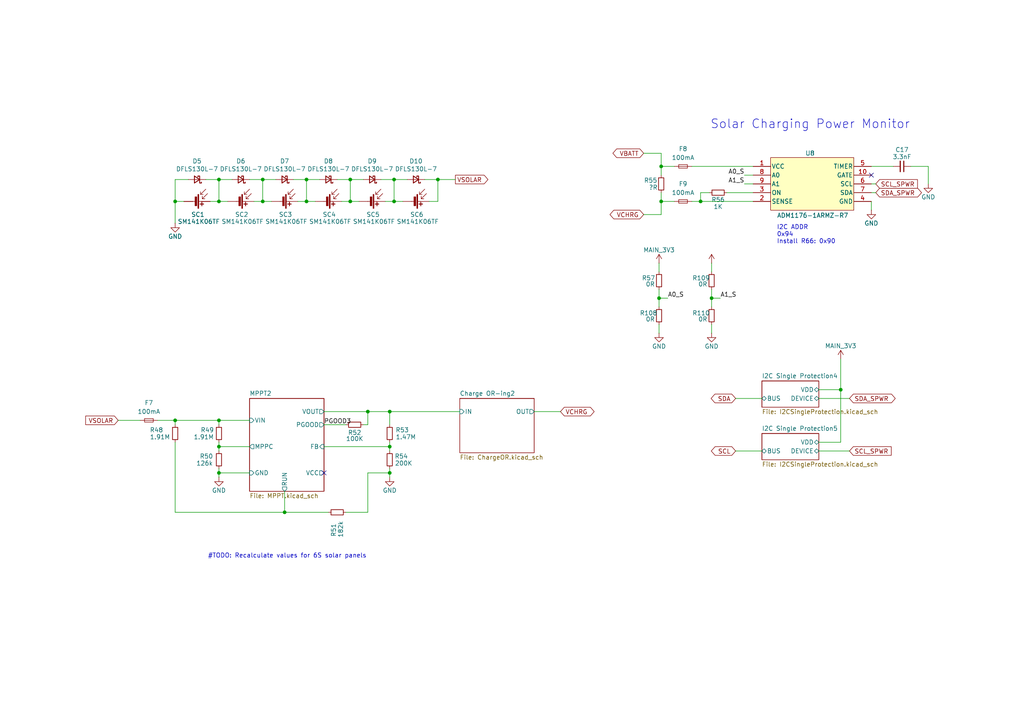
<source format=kicad_sch>
(kicad_sch (version 20231120) (generator "eeschema") (generator_version "8.0")
  (paper "A4")
  (lib_symbols
    (symbol "Argus-IC:ADM1176-1ARMZ-R7" (pin_names (offset 0.254))
      (property "Reference" "U9" (at 0 8.89 0))
      (property "Value" "ADM1176-1ARMZ-R7" (at 0.762 -9.144 0))
      (symbol "ADM1176-1ARMZ-R7_1_0"
        (pin unspecified line (at -16.51 5.08 0) (length 5.08) (name "VCC") (number "1"))
        (pin unspecified line (at 17.78 2.54 180) (length 5.08) (name "GATE") (number "10"))
        (pin unspecified line (at -16.51 -5.08 0) (length 5.08) (name "SENSE") (number "2"))
        (pin unspecified line (at -16.51 -2.54 0) (length 5.08) (name "ON") (number "3"))
        (pin unspecified line (at 17.78 -5.08 180) (length 5.08) (name "GND") (number "4"))
        (pin unspecified line (at 17.78 5.08 180) (length 5.08) (name "TIMER") (number "5"))
        (pin unspecified line (at 17.78 0 180) (length 5.08) (name "SCL") (number "6"))
        (pin unspecified line (at 17.78 -2.54 180) (length 5.08) (name "SDA") (number "7"))
        (pin unspecified line (at -16.51 2.54 0) (length 5.08) (name "A0") (number "8"))
        (pin unspecified line (at -16.51 0 0) (length 5.08) (name "A1") (number "9"))
      )
      (symbol "ADM1176-1ARMZ-R7_1_1"
        (rectangle (start -11.43 7.62) (end 12.7 -7.62) (fill (type background)))
      )
    )
    (symbol "Device:C_Small" (pin_numbers hide) (pin_names (offset 0.254) hide)
      (property "Reference" "C" (at 0.254 1.778 0))
      (property "Value" "C_Small" (at 0.254 -2.032 0))
      (symbol "C_Small_0_1"
        (polyline (pts (xy -1.524 -0.508) (xy 1.524 -0.508)) (stroke (width 0.3302)))
        (polyline (pts (xy -1.524 0.508) (xy 1.524 0.508)) (stroke (width 0.3048)))
      )
      (symbol "C_Small_1_1"
        (pin passive line (at 0 2.54 270) (length 2.032) (name "~") (number "1"))
        (pin passive line (at 0 -2.54 90) (length 2.032) (name "~") (number "2"))
      )
    )
    (symbol "Device:D_Schottky_Small" (pin_numbers hide) (pin_names (offset 0.254) hide)
      (property "Reference" "D" (at -1.27 2.032 0))
      (property "Value" "D_Schottky_Small" (at -7.112 -2.032 0))
      (symbol "D_Schottky_Small_0_1"
        (polyline (pts (xy -0.762 0) (xy 0.762 0)))
        (polyline (pts (xy 0.762 -1.016) (xy -0.762 0) (xy 0.762 1.016) (xy 0.762 -1.016)) (stroke (width 0.254)))
        (polyline (pts (xy -1.27 0.762) (xy -1.27 1.016) (xy -0.762 1.016) (xy -0.762 -1.016) (xy -0.254 -1.016) (xy -0.254 -0.762)) (stroke (width 0.254)))
      )
      (symbol "D_Schottky_Small_1_1"
        (pin passive line (at -2.54 0 0) (length 1.778) (name "K") (number "1"))
        (pin passive line (at 2.54 0 180) (length 1.778) (name "A") (number "2"))
      )
    )
    (symbol "Device:Fuse_Small" (pin_numbers hide) (pin_names (offset 0.254) hide)
      (property "Reference" "F" (at 0 -1.524 0))
      (property "Value" "Fuse_Small" (at 0 1.524 0))
      (symbol "Fuse_Small_0_1"
        (rectangle (start -1.27 0.508) (end 1.27 -0.508))
        (polyline (pts (xy -1.27 0) (xy 1.27 0)))
      )
      (symbol "Fuse_Small_1_1"
        (pin passive line (at -2.54 0 0) (length 1.27) (name "~") (number "1"))
        (pin passive line (at 2.54 0 180) (length 1.27) (name "~") (number "2"))
      )
    )
    (symbol "Device:R_Small" (pin_numbers hide) (pin_names (offset 0.254) hide)
      (property "Reference" "R" (at 0.762 0.508 0))
      (property "Value" "R_Small" (at 0.762 -1.016 0))
      (symbol "R_Small_0_1"
        (rectangle (start -0.762 1.778) (end 0.762 -1.778) (stroke (width 0.2032)))
      )
      (symbol "R_Small_1_1"
        (pin passive line (at 0 2.54 270) (length 0.762) (name "~") (number "1"))
        (pin passive line (at 0 -2.54 90) (length 0.762) (name "~") (number "2"))
      )
    )
    (symbol "Device:Solar_Cell" (pin_numbers hide) (pin_names (offset 0) hide)
      (property "Reference" "SC" (at 2.54 2.54 0))
      (property "Value" "Solar_Cell" (at 2.54 0 0))
      (symbol "Solar_Cell_0_1"
        (rectangle (start -2.032 1.778) (end 2.032 1.524) (fill (type outline)))
        (rectangle (start -1.3208 1.1938) (end 1.27 0.6858) (fill (type outline)))
        (polyline (pts (xy -2.032 2.286) (xy -3.556 3.81)))
        (polyline (pts (xy -0.762 2.794) (xy -2.286 4.318)))
        (polyline (pts (xy 0 0.762) (xy 0 0)))
        (polyline (pts (xy 0 1.778) (xy 0 2.54)))
        (polyline (pts (xy 0.254 2.667) (xy 1.27 2.667)) (stroke (width 0.254)))
        (polyline (pts (xy 0.762 3.175) (xy 0.762 2.159)) (stroke (width 0.254)))
        (polyline (pts (xy -2.032 3.048) (xy -2.032 2.286) (xy -2.794 2.286)))
        (polyline (pts (xy -0.762 3.556) (xy -0.762 2.794) (xy -1.524 2.794)))
      )
      (symbol "Solar_Cell_1_1"
        (pin passive line (at 0 5.08 270) (length 2.54) (name "+") (number "1"))
        (pin passive line (at 0 -2.54 90) (length 2.54) (name "-") (number "2"))
      )
    )
    (symbol "power:+3.3V" (power) (pin_numbers hide) (pin_names (offset 0) hide)
      (property "Value" "+3.3V" (at 0 3.556 0))
      (symbol "+3.3V_0_1"
        (polyline (pts (xy -0.762 1.27) (xy 0 2.54)))
        (polyline (pts (xy 0 0) (xy 0 2.54)))
        (polyline (pts (xy 0 2.54) (xy 0.762 1.27)))
      )
      (symbol "+3.3V_1_1"
        (pin power_in line (at 0 0 90) (length 0) (name "~") (number "1"))
      )
    )
    (symbol "power:GND" (power) (pin_numbers hide) (pin_names (offset 0) hide)
      (property "Value" "GND" (at 0 -3.81 0))
      (symbol "GND_0_1"
        (polyline (pts (xy 0 0) (xy 0 -1.27) (xy 1.27 -1.27) (xy 0 -2.54) (xy -1.27 -1.27) (xy 0 -1.27)))
      )
      (symbol "GND_1_1"
        (pin power_in line (at 0 0 270) (length 0) (name "~") (number "1"))
      )
    )
  )
  (junction (at 114.3 52.07))
  (junction (at 206.3901 86.482))
  (junction (at 191.1501 86.482))
  (junction (at 63.5 52.07))
  (junction (at 191.77 58.42))
  (junction (at 63.5 137.16))
  (junction (at 243.84 113.03))
  (junction (at 63.5 121.92))
  (junction (at 63.5 129.54))
  (junction (at 50.8 121.92))
  (junction (at 114.3 58.42))
  (junction (at 76.2 52.07))
  (junction (at 191.77 48.26))
  (junction (at 63.5 58.42))
  (junction (at 76.2 58.42))
  (junction (at 88.9 58.42))
  (junction (at 101.6 52.07))
  (junction (at 50.8 58.42))
  (junction (at 203.2 58.42))
  (junction (at 127 52.07))
  (junction (at 113.03 137.16))
  (junction (at 106.68 119.38))
  (junction (at 101.6 58.42))
  (junction (at 88.9 52.07))
  (junction (at 113.03 119.38))
  (junction (at 113.03 129.54))
  (junction (at 82.55 148.59))
  (no_connect (at 252.73 50.8))
  (no_connect (at 93.98 137.16))
  (wire (pts (xy 72.39 52.07) (xy 76.2 52.07)))
  (wire (pts (xy 76.2 58.42) (xy 76.2 52.07)))
  (wire (pts (xy 191.77 48.26) (xy 191.77 50.8)))
  (wire (pts (xy 206.3901 86.482) (xy 208.9301 86.482)))
  (wire (pts (xy 63.5 121.92) (xy 72.39 121.92)))
  (wire (pts (xy 203.2 58.42) (xy 218.44 58.42)))
  (wire (pts (xy 191.1501 94.102) (xy 191.1501 96.642)))
  (wire (pts (xy 220.98 115.57) (xy 213.36 115.57)))
  (wire (pts (xy 254 55.88) (xy 252.73 55.88)))
  (wire (pts (xy 45.72 121.92) (xy 50.8 121.92)))
  (wire (pts (xy 191.77 55.88) (xy 191.77 58.42)))
  (wire (pts (xy 100.33 148.59) (xy 106.68 148.59)))
  (wire (pts (xy 106.68 137.16) (xy 113.03 137.16)))
  (wire (pts (xy 93.98 123.19) (xy 100.33 123.19)))
  (wire (pts (xy 237.49 115.57) (xy 246.38 115.57)))
  (wire (pts (xy 63.5 58.42) (xy 66.04 58.42)))
  (wire (pts (xy 269.24 48.26) (xy 269.24 53.34)))
  (wire (pts (xy 127 58.42) (xy 124.46 58.42)))
  (wire (pts (xy 206.3901 94.102) (xy 206.3901 96.642)))
  (wire (pts (xy 123.19 52.07) (xy 127 52.07)))
  (wire (pts (xy 88.9 58.42) (xy 91.44 58.42)))
  (wire (pts (xy 252.73 48.26) (xy 259.08 48.26)))
  (wire (pts (xy 218.44 50.8) (xy 215.9 50.8)))
  (wire (pts (xy 162.56 119.38) (xy 154.94 119.38)))
  (wire (pts (xy 191.1501 86.482) (xy 191.1501 89.022)))
  (wire (pts (xy 218.44 53.34) (xy 215.9 53.34)))
  (wire (pts (xy 254 53.34) (xy 252.73 53.34)))
  (wire (pts (xy 110.49 52.07) (xy 114.3 52.07)))
  (wire (pts (xy 220.98 130.81) (xy 213.36 130.81)))
  (wire (pts (xy 113.03 119.38) (xy 133.35 119.38)))
  (wire (pts (xy 63.5 129.54) (xy 63.5 130.81)))
  (wire (pts (xy 191.77 58.42) (xy 195.58 58.42)))
  (wire (pts (xy 191.1501 76.322) (xy 191.1501 78.862)))
  (wire (pts (xy 243.84 104.14) (xy 243.84 113.03)))
  (wire (pts (xy 105.41 123.19) (xy 106.68 123.19)))
  (wire (pts (xy 88.9 58.42) (xy 86.36 58.42)))
  (wire (pts (xy 101.6 52.07) (xy 105.41 52.07)))
  (wire (pts (xy 63.5 137.16) (xy 63.5 138.43)))
  (wire (pts (xy 76.2 52.07) (xy 80.01 52.07)))
  (wire (pts (xy 101.6 58.42) (xy 104.14 58.42)))
  (wire (pts (xy 59.69 52.07) (xy 63.5 52.07)))
  (wire (pts (xy 218.44 55.88) (xy 210.82 55.88)))
  (wire (pts (xy 200.66 58.42) (xy 203.2 58.42)))
  (wire (pts (xy 50.8 52.07) (xy 50.8 58.42)))
  (wire (pts (xy 82.55 148.59) (xy 95.25 148.59)))
  (wire (pts (xy 113.03 128.27) (xy 113.03 129.54)))
  (wire (pts (xy 50.8 58.42) (xy 50.8 64.77)))
  (wire (pts (xy 50.8 52.07) (xy 54.61 52.07)))
  (wire (pts (xy 50.8 128.27) (xy 50.8 148.59)))
  (wire (pts (xy 269.24 48.26) (xy 264.16 48.26)))
  (wire (pts (xy 191.77 44.45) (xy 191.77 48.26)))
  (wire (pts (xy 191.1501 83.942) (xy 191.1501 86.482)))
  (wire (pts (xy 63.5 121.92) (xy 63.5 123.19)))
  (wire (pts (xy 72.39 137.16) (xy 63.5 137.16)))
  (wire (pts (xy 206.3901 86.482) (xy 206.3901 89.022)))
  (wire (pts (xy 63.5 135.89) (xy 63.5 137.16)))
  (wire (pts (xy 63.5 129.54) (xy 72.39 129.54)))
  (wire (pts (xy 106.68 119.38) (xy 113.03 119.38)))
  (wire (pts (xy 200.66 48.26) (xy 218.44 48.26)))
  (wire (pts (xy 191.1501 86.482) (xy 193.6901 86.482)))
  (wire (pts (xy 191.77 48.26) (xy 195.58 48.26)))
  (wire (pts (xy 113.03 135.89) (xy 113.03 137.16)))
  (wire (pts (xy 114.3 58.42) (xy 116.84 58.42)))
  (wire (pts (xy 82.55 142.494) (xy 82.55 148.59)))
  (wire (pts (xy 114.3 52.07) (xy 114.3 58.42)))
  (wire (pts (xy 101.6 52.07) (xy 101.6 58.42)))
  (wire (pts (xy 63.5 128.27) (xy 63.5 129.54)))
  (wire (pts (xy 93.98 119.38) (xy 106.68 119.38)))
  (wire (pts (xy 63.5 52.07) (xy 67.31 52.07)))
  (wire (pts (xy 34.29 121.92) (xy 40.64 121.92)))
  (wire (pts (xy 88.9 52.07) (xy 92.71 52.07)))
  (wire (pts (xy 97.79 52.07) (xy 101.6 52.07)))
  (wire (pts (xy 205.74 55.88) (xy 203.2 55.88)))
  (wire (pts (xy 93.98 129.54) (xy 113.03 129.54)))
  (wire (pts (xy 191.77 58.42) (xy 191.77 62.23)))
  (wire (pts (xy 106.68 148.59) (xy 106.68 137.16)))
  (wire (pts (xy 99.06 58.42) (xy 101.6 58.42)))
  (wire (pts (xy 206.3901 76.322) (xy 206.3901 78.862)))
  (wire (pts (xy 106.68 119.38) (xy 106.68 123.19)))
  (wire (pts (xy 237.49 113.03) (xy 243.84 113.03)))
  (wire (pts (xy 252.73 60.96) (xy 252.73 58.42)))
  (wire (pts (xy 50.8 121.92) (xy 63.5 121.92)))
  (wire (pts (xy 114.3 58.42) (xy 111.76 58.42)))
  (wire (pts (xy 113.03 129.54) (xy 113.03 130.81)))
  (wire (pts (xy 113.03 137.16) (xy 113.03 138.43)))
  (wire (pts (xy 113.03 119.38) (xy 113.03 123.19)))
  (wire (pts (xy 243.84 128.27) (xy 243.84 113.03)))
  (wire (pts (xy 127 52.07) (xy 127 58.42)))
  (wire (pts (xy 76.2 58.42) (xy 78.74 58.42)))
  (wire (pts (xy 203.2 55.88) (xy 203.2 58.42)))
  (wire (pts (xy 186.69 44.45) (xy 191.77 44.45)))
  (wire (pts (xy 243.84 128.27) (xy 237.49 128.27)))
  (wire (pts (xy 237.49 130.81) (xy 246.38 130.81)))
  (wire (pts (xy 50.8 121.92) (xy 50.8 123.19)))
  (wire (pts (xy 73.66 58.42) (xy 76.2 58.42)))
  (wire (pts (xy 63.5 58.42) (xy 60.96 58.42)))
  (wire (pts (xy 50.8 58.42) (xy 53.34 58.42)))
  (wire (pts (xy 50.8 148.59) (xy 82.55 148.59)))
  (wire (pts (xy 127 52.07) (xy 132.08 52.07)))
  (wire (pts (xy 114.3 52.07) (xy 118.11 52.07)))
  (wire (pts (xy 63.5 52.07) (xy 63.5 58.42)))
  (wire (pts (xy 206.3901 83.942) (xy 206.3901 86.482)))
  (wire (pts (xy 85.09 52.07) (xy 88.9 52.07)))
  (wire (pts (xy 88.9 52.07) (xy 88.9 58.42)))
  (wire (pts (xy 186.69 62.23) (xy 191.77 62.23)))
  (text "I2C ADDR\n0x94\nInstall R66: 0x90" (at 225.298 70.866 0) (effects (font (size 1.27 1.27)) (justify left bottom)))
  (text "#TODO: Recalculate values for 6S solar panels\n" (at 83.312 161.29 0) (effects (font (size 1.27 1.27))))
  (text "Solar Charging Power Monitor" (at 205.994 37.592 0) (effects (font (size 2.54 2.54)) (justify left bottom)))
  (label "A0_S" (at 215.9 50.8 180))
  (label "A0_S" (at 193.6901 86.482 0))
  (label "A1_S" (at 215.9 53.34 180))
  (label "A1_S" (at 208.9301 86.482 0))
  (label "PGOOD3" (at 93.98 123.19 0))
  (global_label "SDA_SPWR" (shape bidirectional) (at 246.38 115.57 0) (property "Intersheetrefs" "${INTERSHEET_REFS}" (effects (hide yes))))
  (global_label "VSOLAR" (shape output) (at 132.08 52.07 0) (property "Intersheetrefs" "${INTERSHEET_REFS}" (effects (hide yes))))
  (global_label "SCL_SPWR" (shape input) (at 254 53.34 0) (property "Intersheetrefs" "${INTERSHEET_REFS}" (effects (hide yes))))
  (global_label "SCL_SPWR" (shape input) (at 246.38 130.81 0) (property "Intersheetrefs" "${INTERSHEET_REFS}" (effects (hide yes))))
  (global_label "VSOLAR" (shape input) (at 34.29 121.92 180) (property "Intersheetrefs" "${INTERSHEET_REFS}" (effects (hide yes))))
  (global_label "VBATT" (shape bidirectional) (at 186.69 44.45 180) (property "Intersheetrefs" "${INTERSHEET_REFS}" (effects (hide yes))))
  (global_label "SDA_SPWR" (shape bidirectional) (at 254 55.88 0) (property "Intersheetrefs" "${INTERSHEET_REFS}" (effects (hide yes))))
  (global_label "SDA" (shape bidirectional) (at 213.36 115.57 180) (property "Intersheetrefs" "${INTERSHEET_REFS}" (effects (hide yes))))
  (global_label "VCHRG" (shape bidirectional) (at 186.69 62.23 180) (property "Intersheetrefs" "${INTERSHEET_REFS}" (effects (hide yes))))
  (global_label "SCL" (shape bidirectional) (at 213.36 130.81 180) (property "Intersheetrefs" "${INTERSHEET_REFS}" (effects (hide yes))))
  (global_label "VCHRG" (shape bidirectional) (at 162.56 119.38 0) (property "Intersheetrefs" "${INTERSHEET_REFS}" (effects (hide yes))))
  (symbol (lib_id "Device:R_Small") (at 191.77 53.34 0) (mirror x) (unit 1)
    (property "Reference" "R55" (at 188.722 52.324 0))
    (property "Value" "?R" (at 189.484 54.356 0))
    (property "Footprint" "Resistor_SMD:R_2512_6332Metric" (effects (hide yes)))
    (property "Description" "Resistor, small symbol" (effects (hide yes)))
  )
  (symbol (lib_id "power:GND") (at 206.3901 96.642 0) (unit 1)
    (property "Reference" "#PWR057" (effects (hide yes)))
    (property "Value" "GND" (at 206.3901 100.452 0))
    (property "Description" "Power symbol creates a global label with name \"GND\" , ground" (effects (hide yes)))
  )
  (symbol (lib_id "power:GND") (at 191.1501 96.642 0) (unit 1)
    (property "Reference" "#PWR055" (effects (hide yes)))
    (property "Value" "GND" (at 191.1501 100.452 0))
    (property "Description" "Power symbol creates a global label with name \"GND\" , ground" (effects (hide yes)))
  )
  (symbol (lib_id "Device:R_Small") (at 206.3901 91.562 0) (mirror x) (unit 1)
    (property "Reference" "R110" (at 203.3421 90.8 0))
    (property "Value" "0R" (at 203.8501 92.578 0))
    (property "Footprint" "Resistor_SMD:R_0603_1608Metric" (effects (hide yes)))
    (property "Description" "Resistor, small symbol" (effects (hide yes)))
  )
  (symbol (lib_id "Device:Solar_Cell") (at 119.38 58.42 270) (unit 1)
    (property "Reference" "SC6" (at 120.904 62.23 90))
    (property "Value" "SM141K06TF" (at 121.158 64.262 90))
    (property "Footprint" "Argus-Miscellaneous:SM141K06TF" (effects (hide yes)))
    (property "Description" "Single solar cell" (effects (hide yes)))
  )
  (symbol (lib_id "Device:R_Small") (at 102.87 123.19 90) (unit 1)
    (property "Reference" "R52" (at 102.87 125.476 90))
    (property "Value" "100K" (at 102.87 127.254 90))
    (property "Footprint" "Resistor_SMD:R_0603_1608Metric" (effects (hide yes)))
    (property "Description" "Resistor, small symbol" (effects (hide yes)))
  )
  (symbol (lib_id "power:GND") (at 113.03 138.43 0) (mirror y) (unit 1)
    (property "Reference" "#PWR042" (effects (hide yes)))
    (property "Value" "GND" (at 113.03 142.24 0))
    (property "Description" "Power symbol creates a global label with name \"GND\" , ground" (effects (hide yes)))
  )
  (symbol (lib_id "Device:R_Small") (at 63.5 125.73 0) (unit 1)
    (property "Reference" "R49" (at 58.166 124.714 0) (effects (justify left)))
    (property "Value" "1.91M" (at 56.134 126.746 0) (effects (justify left)))
    (property "Footprint" "Resistor_SMD:R_0603_1608Metric" (effects (hide yes)))
    (property "Description" "Resistor, small symbol" (effects (hide yes)))
  )
  (symbol (lib_id "Device:Fuse_Small") (at 43.18 121.92 180) (unit 1)
    (property "Reference" "F7" (at 43.18 116.84 0))
    (property "Value" "100mA" (at 43.18 119.38 0))
    (property "Footprint" "Fuse:Fuse_0603_1608Metric" (effects (hide yes)))
    (property "Description" "Fuse, small symbol" (effects (hide yes)))
  )
  (symbol (lib_id "Device:Solar_Cell") (at 81.28 58.42 270) (unit 1)
    (property "Reference" "SC3" (at 82.804 62.23 90))
    (property "Value" "SM141K06TF" (at 83.058 64.262 90))
    (property "Footprint" "Argus-Miscellaneous:SM141K06TF" (effects (hide yes)))
    (property "Description" "Single solar cell" (effects (hide yes)))
  )
  (symbol (lib_id "Device:D_Schottky_Small") (at 57.15 52.07 180) (unit 1)
    (property "Reference" "D5" (at 57.15 46.736 0))
    (property "Value" "DFLS130L-7" (at 57.15 49.022 0))
    (property "Footprint" "Diode_SMD:D_PowerDI-123" (effects (hide yes)))
    (property "Description" "Schottky diode, small symbol" (effects (hide yes)))
  )
  (symbol (lib_id "Device:R_Small") (at 50.8 125.73 0) (unit 1)
    (property "Reference" "R48" (at 43.434 124.714 0) (effects (justify left)))
    (property "Value" "1.91M" (at 43.434 126.746 0) (effects (justify left)))
    (property "Footprint" "Resistor_SMD:R_0603_1608Metric" (effects (hide yes)))
    (property "Description" "Resistor, small symbol" (effects (hide yes)))
  )
  (symbol (lib_id "Device:D_Schottky_Small") (at 107.95 52.07 180) (unit 1)
    (property "Reference" "D9" (at 107.95 46.736 0))
    (property "Value" "DFLS130L-7" (at 107.95 49.022 0))
    (property "Footprint" "Diode_SMD:D_PowerDI-123" (effects (hide yes)))
    (property "Description" "Schottky diode, small symbol" (effects (hide yes)))
  )
  (symbol (lib_id "Device:D_Schottky_Small") (at 120.65 52.07 180) (unit 1)
    (property "Reference" "D10" (at 120.65 46.736 0))
    (property "Value" "DFLS130L-7" (at 120.65 49.022 0))
    (property "Footprint" "Diode_SMD:D_PowerDI-123" (effects (hide yes)))
    (property "Description" "Schottky diode, small symbol" (effects (hide yes)))
  )
  (symbol (lib_id "Device:Solar_Cell") (at 93.98 58.42 270) (unit 1)
    (property "Reference" "SC4" (at 95.504 62.23 90))
    (property "Value" "SM141K06TF" (at 95.758 64.262 90))
    (property "Footprint" "Argus-Miscellaneous:SM141K06TF" (effects (hide yes)))
    (property "Description" "Single solar cell" (effects (hide yes)))
  )
  (symbol (lib_id "Device:R_Small") (at 191.1501 81.402 0) (mirror x) (unit 1)
    (property "Reference" "R57" (at 188.1021 80.64 0))
    (property "Value" "0R" (at 188.6101 82.418 0))
    (property "Footprint" "Resistor_SMD:R_0603_1608Metric" (effects (hide yes)))
    (property "Description" "Resistor, small symbol" (effects (hide yes)))
  )
  (symbol (lib_id "power:+3.3V") (at 243.84 104.14 0) (mirror y) (unit 1)
    (property "Reference" "#PWR044" (effects (hide yes)))
    (property "Value" "MAIN_3V3" (at 243.84 100.33 0))
    (property "Description" "Power symbol creates a global label with name \"+3.3V\"" (effects (hide yes)))
  )
  (symbol (lib_id "Device:R_Small") (at 97.79 148.59 90) (unit 1)
    (property "Reference" "R51" (at 96.774 155.702 0) (effects (justify left)))
    (property "Value" "182k" (at 98.806 155.956 0) (effects (justify left)))
    (property "Footprint" "Resistor_SMD:R_0603_1608Metric" (effects (hide yes)))
    (property "Description" "Resistor, small symbol" (effects (hide yes)))
  )
  (symbol (lib_id "Device:R_Small") (at 191.1501 91.562 0) (mirror x) (unit 1)
    (property "Reference" "R108" (at 188.1021 90.8 0))
    (property "Value" "0R" (at 188.6101 92.578 0))
    (property "Footprint" "Resistor_SMD:R_0603_1608Metric" (effects (hide yes)))
    (property "Description" "Resistor, small symbol" (effects (hide yes)))
  )
  (symbol (lib_id "power:GND") (at 50.8 64.77 0) (unit 1)
    (property "Reference" "#PWR040" (effects (hide yes)))
    (property "Value" "GND" (at 50.8 68.58 0))
    (property "Description" "Power symbol creates a global label with name \"GND\" , ground" (effects (hide yes)))
  )
  (symbol (lib_id "Device:Solar_Cell") (at 68.58 58.42 270) (unit 1)
    (property "Reference" "SC2" (at 70.104 62.23 90))
    (property "Value" "SM141K06TF" (at 70.358 64.262 90))
    (property "Footprint" "Argus-Miscellaneous:SM141K06TF" (effects (hide yes)))
    (property "Description" "Single solar cell" (effects (hide yes)))
  )
  (symbol (lib_id "power:+3.3V") (at 191.1501 76.322 0) (unit 1)
    (property "Reference" "#PWR043" (effects (hide yes)))
    (property "Value" "MAIN_3V3" (at 191.1501 72.512 0))
    (property "Description" "Power symbol creates a global label with name \"+3.3V\"" (effects (hide yes)))
  )
  (symbol (lib_id "power:+3.3V") (at 206.3901 76.322 0) (unit 1)
    (property "Reference" "#PWR056" (effects (hide yes)))
    (property "Value" "MAIN_3V3" (effects (hide yes)))
    (property "Description" "Power symbol creates a global label with name \"+3.3V\"" (effects (hide yes)))
  )
  (symbol (lib_id "Device:Solar_Cell") (at 55.88 58.42 270) (unit 1)
    (property "Reference" "SC1" (at 57.404 62.23 90))
    (property "Value" "SM141K06TF" (at 57.658 64.262 90))
    (property "Footprint" "Argus-Miscellaneous:SM141K06TF" (effects (hide yes)))
    (property "Description" "Single solar cell" (effects (hide yes)))
  )
  (symbol (lib_id "Device:D_Schottky_Small") (at 82.55 52.07 180) (unit 1)
    (property "Reference" "D7" (at 82.55 46.736 0))
    (property "Value" "DFLS130L-7" (at 82.55 49.022 0))
    (property "Footprint" "Diode_SMD:D_PowerDI-123" (effects (hide yes)))
    (property "Description" "Schottky diode, small symbol" (effects (hide yes)))
  )
  (symbol (lib_id "Device:D_Schottky_Small") (at 95.25 52.07 180) (unit 1)
    (property "Reference" "D8" (at 95.25 46.736 0))
    (property "Value" "DFLS130L-7" (at 95.25 49.022 0))
    (property "Footprint" "Diode_SMD:D_PowerDI-123" (effects (hide yes)))
    (property "Description" "Schottky diode, small symbol" (effects (hide yes)))
  )
  (symbol (lib_id "power:GND") (at 252.73 60.96 0) (unit 1)
    (property "Reference" "#PWR045" (effects (hide yes)))
    (property "Value" "GND" (at 252.73 64.77 0))
    (property "Description" "Power symbol creates a global label with name \"GND\" , ground" (effects (hide yes)))
  )
  (symbol (lib_id "Device:R_Small") (at 113.03 133.35 0) (mirror y) (unit 1)
    (property "Reference" "R54" (at 118.364 132.334 0) (effects (justify left)))
    (property "Value" "200K" (at 119.634 134.366 0) (effects (justify left)))
    (property "Footprint" "Resistor_SMD:R_0603_1608Metric" (effects (hide yes)))
    (property "Description" "Resistor, small symbol" (effects (hide yes)))
  )
  (symbol (lib_id "Device:R_Small") (at 63.5 133.35 0) (unit 1)
    (property "Reference" "R50" (at 57.912 132.334 0) (effects (justify left)))
    (property "Value" "126k" (at 56.896 134.366 0) (effects (justify left)))
    (property "Footprint" "Resistor_SMD:R_0603_1608Metric" (effects (hide yes)))
    (property "Description" "Resistor, small symbol" (effects (hide yes)))
  )
  (symbol (lib_id "Device:Solar_Cell") (at 106.68 58.42 270) (unit 1)
    (property "Reference" "SC5" (at 108.204 62.23 90))
    (property "Value" "SM141K06TF" (at 108.458 64.262 90))
    (property "Footprint" "Argus-Miscellaneous:SM141K06TF" (effects (hide yes)))
    (property "Description" "Single solar cell" (effects (hide yes)))
  )
  (symbol (lib_id "Device:D_Schottky_Small") (at 69.85 52.07 180) (unit 1)
    (property "Reference" "D6" (at 69.85 46.736 0))
    (property "Value" "DFLS130L-7" (at 69.85 49.022 0))
    (property "Footprint" "Diode_SMD:D_PowerDI-123" (effects (hide yes)))
    (property "Description" "Schottky diode, small symbol" (effects (hide yes)))
  )
  (symbol (lib_id "Device:Fuse_Small") (at 198.12 58.42 180) (unit 1)
    (property "Reference" "F9" (at 198.12 53.34 0))
    (property "Value" "100mA" (at 198.12 55.88 0))
    (property "Footprint" "Fuse:Fuse_0603_1608Metric" (effects (hide yes)))
    (property "Description" "Fuse, small symbol" (effects (hide yes)))
  )
  (symbol (lib_id "Device:R_Small") (at 113.03 125.73 0) (mirror y) (unit 1)
    (property "Reference" "R53" (at 118.618 124.714 0) (effects (justify left)))
    (property "Value" "1.47M" (at 120.65 126.746 0) (effects (justify left)))
    (property "Footprint" "Resistor_SMD:R_0603_1608Metric" (effects (hide yes)))
    (property "Description" "Resistor, small symbol" (effects (hide yes)))
  )
  (symbol (lib_id "power:GND") (at 63.5 138.43 0) (unit 1)
    (property "Reference" "#PWR041" (effects (hide yes)))
    (property "Value" "GND" (at 63.5 142.24 0))
    (property "Description" "Power symbol creates a global label with name \"GND\" , ground" (effects (hide yes)))
  )
  (symbol (lib_id "Device:R_Small") (at 206.3901 81.402 0) (mirror x) (unit 1)
    (property "Reference" "R109" (at 203.3421 80.64 0))
    (property "Value" "0R" (at 203.8501 82.418 0))
    (property "Footprint" "Resistor_SMD:R_0603_1608Metric" (effects (hide yes)))
    (property "Description" "Resistor, small symbol" (effects (hide yes)))
  )
  (symbol (lib_id "Device:C_Small") (at 261.62 48.26 270) (unit 1)
    (property "Reference" "C17" (at 261.62 43.434 90))
    (property "Value" "3.3nF" (at 261.62 45.4914 90))
    (property "Footprint" "Capacitor_SMD:C_0603_1608Metric" (effects (hide yes)))
    (property "Description" "3.3nF +-10% 100V X7R 0603" (effects (hide yes)))
  )
  (symbol (lib_id "Device:Fuse_Small") (at 198.12 48.26 180) (unit 1)
    (property "Reference" "F8" (at 198.12 43.18 0))
    (property "Value" "100mA" (at 198.12 45.72 0))
    (property "Footprint" "Fuse:Fuse_0603_1608Metric" (effects (hide yes)))
    (property "Description" "Fuse, small symbol" (effects (hide yes)))
  )
  (symbol (lib_id "power:GND") (at 269.24 53.34 0) (unit 1)
    (property "Reference" "#PWR046" (effects (hide yes)))
    (property "Value" "GND" (at 269.24 57.15 0))
    (property "Description" "Power symbol creates a global label with name \"GND\" , ground" (effects (hide yes)))
  )
  (symbol (lib_id "Argus-IC:ADM1176-1ARMZ-R7") (at 234.95 53.34 0) (unit 1)
    (property "Reference" "U8" (at 234.95 44.45 0))
    (property "Value" "ADM1176-1ARMZ-R7" (at 235.712 62.484 0))
    (property "Footprint" "Package_SO:MSOP-10_3x3mm_P0.5mm" (effects (hide yes)))
    (property "Flight" "ADM1176-1ARMZ-R7" (effects (hide yes)))
    (property "Manufacturer_Name" "Analog Devices Inc." (effects (hide yes)))
    (property "Manufacturer_Part_Number" "ADM1176-1ARMZ-R7" (effects (hide yes)))
    (property "Proto" "ADM1176-1ARMZ-R7" (effects (hide yes)))
  )
  (symbol (lib_id "Device:R_Small") (at 208.28 55.88 90) (mirror x) (unit 1)
    (property "Reference" "R56" (at 208.28 57.912 90))
    (property "Value" "1K" (at 208.28 59.944 90))
    (property "Footprint" "Resistor_SMD:R_0603_1608Metric" (effects (hide yes)))
    (property "Description" "Resistor, small symbol" (effects (hide yes)))
  )
  (sheet (at 133.35 115.57) (size 21.59 15.748) (stroke (width 0.1524))
    (property "Sheetname" "Charge OR-ing2" (at 133.35 114.8584 0) (effects (justify left bottom)))
    (property "Sheetfile" "ChargeOR.kicad_sch" (at 133.35 131.9026 0) (effects (justify left top)))
    (pin "IN" input (at 133.35 119.38 180))
    (pin "OUT" output (at 154.94 119.38 0))
  )
  (sheet (at 220.98 110.49) (size 16.51 7.62) (stroke (width 0.1524))
    (property "Sheetname" "I2C Single Protection4" (at 220.98 109.7784 0) (effects (justify left bottom)))
    (property "Sheetfile" "I2CSingleProtection.kicad_sch" (at 220.98 118.6946 0) (effects (justify left top)))
    (pin "DEVICE" bidirectional (at 237.49 115.57 0))
    (pin "BUS" bidirectional (at 220.98 115.57 180))
    (pin "VDD" bidirectional (at 237.49 113.03 0))
  )
  (sheet (at 72.39 115.57) (size 21.59 26.924) (stroke (width 0.1524))
    (property "Sheetname" "MPPT2" (at 72.39 114.8584 0) (effects (justify left bottom)))
    (property "Sheetfile" "MPPT.kicad_sch" (at 72.39 143.0786 0) (effects (justify left top)))
    (pin "VIN" input (at 72.39 121.92 180))
    (pin "GND" input (at 72.39 137.16 180))
    (pin "FB" input (at 93.98 129.54 0))
    (pin "VCC" output (at 93.98 137.16 0))
    (pin "PGOOD" output (at 93.98 123.19 0))
    (pin "VOUT" output (at 93.98 119.38 0))
    (pin "MPPC" output (at 72.39 129.54 180))
    (pin "RUN" output (at 82.55 142.494 270))
  )
  (sheet (at 220.98 125.73) (size 16.51 7.62) (stroke (width 0.1524))
    (property "Sheetname" "I2C Single Protection5" (at 220.98 125.0184 0) (effects (justify left bottom)))
    (property "Sheetfile" "I2CSingleProtection.kicad_sch" (at 220.98 133.9346 0) (effects (justify left top)))
    (pin "DEVICE" bidirectional (at 237.49 130.81 0))
    (pin "BUS" bidirectional (at 220.98 130.81 180))
    (pin "VDD" bidirectional (at 237.49 128.27 0))
  )
)
</source>
